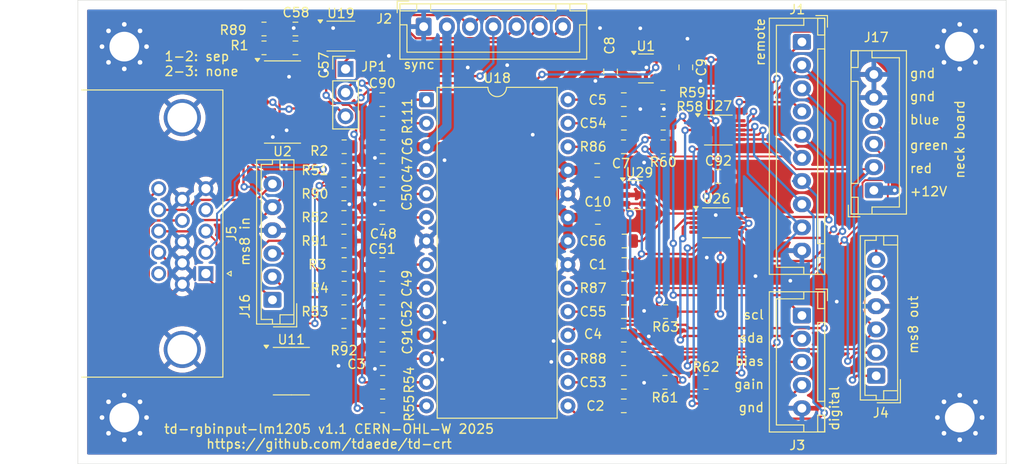
<source format=kicad_pcb>
(kicad_pcb (version 20241229) (generator "pcbnew") (generator_version "9.0")
  (layers (0 "F.Cu" signal) (2 "B.Cu" signal) (13 "F.Paste" user) (15 "B.Paste" user) (5 "F.SilkS" user "F.Silkscreen") (7 "B.SilkS" user "B.Silkscreen") (1 "F.Mask" user) (3 "B.Mask" user) (25 "Edge.Cuts" user))
  (net 0 "")
  (net 1 "+3.3V")
  (net 2 "Net-(C47-Pad1)")
  (net 3 "Net-(U18-RED_VIDEO_IN)")
  (net 4 "Net-(C48-Pad1)")
  (net 5 "GND")
  (net 6 "Net-(U18-GREEN_VIDEO_IN)")
  (net 7 "+12V")
  (net 8 "Net-(C49-Pad1)")
  (net 9 "Net-(U18-BLUE_VIDEO_IN)")
  (net 10 "Net-(U18-RED_CLAMP_CAP)")
  (net 11 "Net-(U18-GREEN_CLAMP_CAP)")
  (net 12 "Net-(U18-BLUE_CLAMP_CAP)")
  (net 13 "Net-(U18-BLUE_CUT-OFF_ADJ)")
  (net 14 "Net-(U18-RED_CUT-OFF_ADJ)")
  (net 15 "Net-(U18-GREEN_CUT-OFF_ADJ)")
  (net 16 "Net-(U19-Vin)")
  (net 17 "Net-(C90-Pad1)")
  (net 18 "Net-(C90-Pad2)")
  (net 19 "/rgb/rbias")
  (net 20 "/rgb/gbias")
  (net 21 "/rgb/bbias")
  (net 22 "/rgb/globalbias")
  (net 23 "/rgb/rgain")
  (net 24 "/rgb/ggain")
  (net 25 "/rgb/bgain")
  (net 26 "/rgb/globalgain")
  (net 27 "SEP_HSYNC")
  (net 28 "SEP_OE")
  (net 29 "SEP_VSYNC")
  (net 30 "LM1205_BLANK")
  (net 31 "/rgb/vga_red")
  (net 32 "/rgb/vga_green")
  (net 33 "/rgb/vga_blue")
  (net 34 "/rgb/edid_vcc")
  (net 35 "/rgb/edid_sca")
  (net 36 "/rgb/edid_scl")
  (net 37 "/rgb/jamma_red")
  (net 38 "/rgb/jamma_green")
  (net 39 "/rgb/jamma_blue")
  (net 40 "Net-(U18-~{BLANK_GATE})")
  (net 41 "Net-(U18-~{CLAMP_GATE})")
  (net 42 "/rgb/globalbias_amp")
  (net 43 "Net-(U18-RED_VIDEO_OUT)")
  (net 46 "Net-(U18-GREEN_VIDEO_OUT)")
  (net 47 "Net-(U18-BLUE_VIDEO_OUT)")
  (net 48 "Net-(U19-Rext)")
  (net 49 "Net-(R111-Pad2)")
  (net 52 "SEP_BP")
  (net 53 "SCL")
  (net 54 "SDA")
  (net 55 "BIAS_LOAD")
  (net 57 "GAIN_LOAD")
  (net 60 "b_yoke")
  (net 61 "g_yoke")
  (net 62 "r_yoke")
  (net 63 "vga_vsync")
  (net 64 "vga_hsync")
  (net 65 "Net-(J2-Pin_4)")
  (net 66 "PLAIN_HSYNC")
  (net 69 "Net-(U2-Pad2)")
  (footprint "Connector_Dsub:DSUB-15-HD_Socket_Horizontal_P2.29x2.54mm_EdgePinOffset8.35mm_Housed_MountingHolesOffset10.89mm" (layer "F.Cu") (at 85.79 80.475 -90)
    (property "Reference" "J5")
    (property "Value" "DB15_Female_HighDensity")
  )
  (footprint "Connector_JST:JST_XH_B5B-XH-A_1x05_P2.50mm_Vertical" (layer "F.Cu") (at 150 85 -90)
    (property "Reference" "J3")
    (property "Value" "Conn_01x05_Pin")
  )
  (footprint "MountingHole:MountingHole_3.2mm_M3_Pad_Via" (layer "F.Cu") (at 77 56)
    (property "Reference" "H1" (hide yes))
    (property "Value" "MountingHole_Pad")
  )
  (footprint "MountingHole:MountingHole_3.2mm_M3_Pad_Via" (layer "F.Cu") (at 167 56)
    (property "Reference" "H3" (hide yes))
    (property "Value" "MountingHole_Pad")
  )
  (footprint "MountingHole:MountingHole_3.2mm_M3_Pad_Via" (layer "F.Cu") (at 167 96)
    (property "Reference" "H4" (hide yes))
    (property "Value" "MountingHole_Pad")
  )
  (footprint "MountingHole:MountingHole_3.2mm_M3_Pad_Via" (layer "F.Cu") (at 77 96)
    (property "Reference" "H2" (hide yes))
    (property "Value" "MountingHole_Pad")
  )
  (footprint "Resistor_SMD:R_0805_2012Metric" (layer "F.Cu") (at 139.6755 92.204)
    (property "Reference" "R62")
    (property "Value" "10k")
  )
  (footprint "Capacitor_SMD:C_0805_2012Metric" (layer "F.Cu") (at 130.876 79.502 180)
    (property "Reference" "C1")
    (property "Value" "0.1uF")
  )
  (footprint "Connector_JST:JST_EH_B6B-EH-A_1x06_P2.50mm_Vertical" (layer "F.Cu") (at 92.964 83.312 90)
    (property "Reference" "J16")
    (property "Value" "Conn_01x06_Male")
  )
  (footprint "Resistor_SMD:R_0805_2012Metric" (layer "F.Cu") (at 92.0515 54.102 180)
    (property "Reference" "R89")
    (property "Value" "10k")
  )
  (footprint "Resistor_SMD:R_0805_2012Metric" (layer "F.Cu") (at 135.3105 84.584 180)
    (property "Reference" "R63")
    (property "Value" "10k")
  )
  (footprint "Package_TO_SOT_SMD:SOT-23-5" (layer "F.Cu") (at 133.1955 58.354)
    (property "Reference" "U1")
    (property "Value" "AP2205-33W5-7")
  )
  (footprint "Capacitor_SMD:C_0805_2012Metric" (layer "F.Cu") (at 104.793 61.724 180)
    (property "Reference" "C90")
    (property "Value" "0.1uF")
  )
  (footprint "Resistor_SMD:R_0805_2012Metric" (layer "F.Cu") (at 100.6875 66.802)
    (property "Reference" "R2")
    (property "Value" "220")
  )
  (footprint "Capacitor_SMD:C_0805_2012Metric" (layer "F.Cu") (at 104.793 84.584)
    (property "Reference" "C52")
    (property "Value" "0.1uF")
  )
  (footprint "Capacitor_SMD:C_0805_2012Metric" (layer "F.Cu") (at 104.793 87.124 180)
    (property "Reference" "C91")
    (property "Value" "1uF")
  )
  (footprint "Resistor_SMD:R_0805_2012Metric" (layer "F.Cu") (at 104.8305 64.262)
    (property "Reference" "R111")
    (property "Value" "30")
  )
  (footprint "Resistor_SMD:R_0805_2012Metric" (layer "F.Cu") (at 104.8305 94.744)
    (property "Reference" "R55")
    (property "Value" "100")
  )
  (footprint "Resistor_SMD:R_0805_2012Metric" (layer "F.Cu") (at 135.0565 66.804 180)
    (property "Reference" "R60")
    (property "Value" "10k")
  )
  (footprint "Capacitor_SMD:C_0805_2012Metric" (layer "F.Cu") (at 128.016 74.422)
    (property "Reference" "C10")
    (property "Value" "1uF")
  )
  (footprint "Resistor_SMD:R_0805_2012Metric" (layer "F.Cu") (at 92.0515 56.134 180)
    (property "Reference" "R1")
    (property "Value" "10k")
  )
  (footprint "Capacitor_SMD:C_0805_2012Metric" (layer "F.Cu") (at 137.493 58.234 -90)
    (property "Reference" "C9")
    (property "Value" "2.2uF")
  )
  (footprint "Package_SO:VSSOP-10_3x3mm_P0.5mm" (layer "F.Cu") (at 100.33 54.864)
    (property "Reference" "U19")
    (property "Value" "LMH1980")
  )
  (footprint "Resistor_SMD:R_0805_2012Metric" (layer "F.Cu") (at 100.663 87.124 180)
    (property "Reference" "R92")
    (property "Value" "75")
  )
  (footprint "Resistor_SMD:R_0805_2012Metric" (layer "F.Cu") (at 100.6875 79.502 180)
    (property "Reference" "R3")
    (property "Value" "220")
  )
  (footprint "Capacitor_SMD:C_0805_2012Metric" (layer "F.Cu") (at 104.836 89.662 180)
    (property "Reference" "C3")
    (property "Value" "0.1uF")
  )
  (footprint "Resistor_SMD:R_0805_2012Metric" (layer "F.Cu") (at 135.0245 61.468 180)
    (property "Reference" "R59")
    (property "Value" "10k")
  )
  (footprint "Package_SO:MSOP-10_3x3mm_P0.5mm" (layer "F.Cu") (at 141 65)
    (property "Reference" "U27")
    (property "Value" "MCP4728")
  )
  (footprint "Resistor_SMD:R_0805_2012Metric" (layer "F.Cu") (at 100.663 71.884 180)
    (property "Reference" "R90")
    (property "Value" "75")
  )
  (footprint "Capacitor_SMD:C_0805_2012Metric" (layer "F.Cu") (at 130.823 92.204)
    (property "Reference" "C53")
    (property "Value" "0.1uF")
  )
  (footprint "Package_DIP:DIP-28_W15.24mm" (layer "F.Cu") (at 109.553 61.724)
    (property "Reference" "U18")
    (property "Value" "LM1205")
  )
  (footprint "Connector_PinHeader_2.54mm:PinHeader_1x03_P2.54mm_Vertical" (layer "F.Cu") (at 100.838 58.42)
    (property "Reference" "JP1")
    (property "Value" "Jumper_3_Bridged12")
  )
  (footprint "Connector_JST:JST_XH_B6B-XH-A_1x06_P2.50mm_Vertical" (layer "F.Cu") (at 157.75 71.5 90)
    (property "Reference" "J17")
    (property "Value" "Conn_01x06_Male")
  )
  (footprint "Capacitor_SMD:C_0805_2012Metric" (layer "F.Cu") (at 104.836 66.802 180)
    (property "Reference" "C6")
    (property "Value" "1uF")
  )
  (footprint "Resistor_SMD:R_0805_2012Metric" (layer "F.Cu") (at 135.0565 64.264 180)
    (property "Reference" "R58")
    (property "Value" "10k")
  )
  (footprint "Capacitor_SMD:C_0805_2012Metric" (layer "F.Cu") (at 129.3855 58.674 -90)
    (property "Reference" "C8")
    (property "Value" "2.2uF")
  )
  (footprint "Resistor_SMD:R_0805_2012Metric" (layer "F.Cu") (at 100.663 76.964 180)
    (property "Reference" "R91")
    (property "Value" "75")
  )
  (footprint "Capacitor_SMD:C_0805_2012Metric" (layer "F.Cu") (at 130.81 87.122)
    (property "Reference" "C4")
    (property "Value" "0.1uF")
  )
  (footprint "Capacitor_SMD:C_0805_2012Metric" (layer "F.Cu") (at 130.823 64.264)
    (property "Reference" "C54")
    (property "Value" "0.1uF")
  )
  (footprint "Resistor_SMD:R_0805_2012Metric" (layer "F.Cu") (at 135.2455 92.204 180)
    (property "Reference" "R61")
    (property "Value" "10k")
  )
  (footprint "Package_TO_SOT_SMD:SOT-23-5" (layer "F.Cu") (at 132 72)
    (property "Reference" "U29")
    (property "Value" "MCP6001U")
  )
  (footprint "Resistor_SMD:R_0805_2012Metric" (layer "F.Cu") (at 100.6875 82.042)
    (property "Reference" "R4")
    (property "Value" "220")
  )
  (footprint "Capacitor_SMD:C_0805_2012Metric" (layer "F.Cu") (at 130.81 61.722)
    (property "Reference" "C5")
    (property "Value" "0.1uF")
  )
  (footprint "Capacitor_SMD:C_0805_2012Metric" (layer "F.Cu") (at 130.889 76.964 180)
    (property "Reference" "C56")
    (property "Value" "0.1uF")
  )
  (footprint "Capacitor_SMD:C_0805_2012Metric" (layer "F.Cu") (at 104.793 74.424)
    (property "Reference" "C48")
    (property "Value" "10uF")
  )
  (footprint "Capacitor_SMD:C_0805_2012Metric" (layer "F.Cu") (at 104.793 82.044)
    (property "Reference" "C49")
    (property "Value" "10uF")
  )
  (footprint "Connector_JST:JST_XH_B7B-XH-A_1x07_P2.50mm_Vertical" (layer "F.Cu") (at 109.252 53.848)
    (property "Reference" "J2")
    (property "Value" "Conn_01x07_Male")
  )
  (footprint "Capacitor_SMD:C_0805_2012Metric" (layer "F.Cu") (at 95.438 56.134 180)
    (property "Reference" "C57")
    (property "Value" "1uF")
  )
  (footprint "Package_SO:SOIC-8_3.9x4.9mm_P1.27mm" (layer "F.Cu") (at 95 91)
    (property "Reference" "U11")
    (property "Value" "24LC08")
  )
  (footprint "Resistor_SMD:R_0805_2012Metric" (layer "F.Cu") (at 130.7855 89.664 180)
    (property "Reference" "R88")
    (property "Value" "75")
  )
  (footprint "Connector_JST:JST_XH_B10B-XH-A_1x10_P2.50mm_Vertical" (layer "F.Cu") (at 150 55.5 -90)
    (property "Reference" "J1")
    (property "Value" "Conn_01x10_Socket")
  )
  (footprint "Resistor_SMD:R_0805_2012Metric" (layer "F.Cu") (at 104.8305 92.204)
    (property "Reference" "R54")
    (property "Value" "100")
  )
  (footprint "Capacitor_SMD:C_0805_2012Metric" (layer "F.Cu") (at 130.81 94.742)
    (property "Reference" "C2")
    (property "Value" "0.1uF")
  )
  (footprint "Connector_JST:JST_EH_B6B-EH-A_1x06_P2.50mm_Vertical" (layer "F.Cu") (at 158 91.5 90)
    (property "Reference" "J4")
    (property "Value" "Conn_01x06_Male")
  )
  (footprint "Capacitor_SMD:C_0805_2012Metric" (layer "F.Cu") (at 104.793 71.884)
    (property "Reference" "C50")
    (property "Value" "0.1uF")
  )
  (footprint "Resistor_SMD:R_0805_2012Metric" (layer "F.Cu") (at 100.663 74.424)
    (property "Reference" "R52")
    (property "Value" "30")
  )
  (footprint "Capacitor_SMD:C_0805_2012Metric" (layer "F.Cu") (at 95.438 54.102 180)
    (property "Reference" "C58")
    (property "Value" "0.1uF")
  )
  (footprint "Resistor_SMD:R_0805_2012Metric" (layer "F.Cu") (at 130.7855 66.804 180)
    (property "Reference" "R86")
    (property "Value" "75")
  )
  (footprint "Capacitor_SMD:C_0805_2012Metric" (layer "F.Cu") (at 127.95 69.342)
    (property "Reference" "C7")
    (property "Value" "1uF")
  )
  (footprint "Resistor_SMD:R_0805_2012Metric" (layer "F.Cu") (at 100.663 69.344)
    (property "Reference" "R51")
    (property "Value" "30")
  )
  (footprint "Capacitor_SMD:C_0805_2012Metric" (layer "F.Cu") (at 130.823 84.584)
    (property "Reference" "C55")
    (property "Value" "0.1uF")
  )
  (footprint "Resistor_SMD:R_0805_2012Metric" (layer "F.Cu") (at 130.81 82.042 180)
    (property "Reference" "R87")
    (property "Value" "75")
  )
  (footprint "Capacitor_SMD:C_0805_2012Metric" (layer "F.Cu") (at 104.793 79.504)
    (property "Reference" "C51")
    (property "Value" "0.1uF")
  )
  (footprint "Package_SO:SOIC-14_3.9x8.7mm_P1.27mm" (layer "F.Cu") (at 94.045 61.976)
    (property "Reference" "U2")
    (property "Value" "74HCT14")
  )
  (footprint "Package_SO:MSOP-10_3x3mm_P0.5mm" (layer "F.Cu") (at 140.8 75)
    (property "Reference" "U26")
    (property "Value" "MCP4728")
  )
  (footprint "Capacitor_SMD:C_0805_2012Metric" (layer "F.Cu") (at 104.793 69.344)
    (property "Reference" "C47")
    (property "Value" "10uF")
  )
  (footprint "Resistor_SMD:R_0805_2012Metric" (layer "F.Cu") (at 100.663 84.584)
    (property "Reference" "R53")
    (property "Value" "30")
  )
  (footprint "Capacitor_SMD:C_0805_2012Metric" (layer "F.Cu") (at 141 70)
    (property "Reference" "C92")
    (property "Value" "0.1uF")
  )
  (gr_line (start 172 101) (end 72 101) (stroke (width 0.05)) (layer "Edge.Cuts"))
  (gr_line (start 72 51) (end 172 51) (stroke (width 0.05)) (layer "Edge.Cuts"))
  (gr_line (start 72 101) (end 72 51) (stroke (width 0.05)) (layer "Edge.Cuts"))
  (gr_line (start 172 51) (end 172 101) (stroke (width 0.05)) (layer "Edge.Cuts"))
  (gr_text "gnd" (at 161.544 58.878 0) (layer "F.SilkS") (effects (font (size 1 1)) (justify left)))
  (gr_text "gnd" (at 161.544 61.378 0) (layer "F.SilkS") (effects (font (size 1 1)) (justify left)))
  (gr_text "td-rgbinput-lm1205 v1.1 CERN-OHL-W 2025\nhttps://github.com/tdaede/td-crt" (at 99.06 98.044 0) (layer "F.SilkS") (effects (font (size 1 1))))
  (gr_text "1-2: sep\n2-3: none" (at 81.25 59.25 0) (layer "F.SilkS") (effects (font (size 1 1)) (justify left bottom)))
  (gr_text "green" (at 161.544 66.628 0) (layer "F.SilkS") (effects (font (size 1 1)) (justify left)))
  (gr_text "gnd" (at 146 95.5 0) (layer "F.SilkS") (effects (font (size 1 1)) (justify right bottom)))
  (gr_text "ms8 out" (at 162 86 90) (layer "F.SilkS") (effects (font (size 1 1))))
  (gr_text "blue" (at 161.544 63.878 0) (layer "F.SilkS") (effects (font (size 1 1)) (justify left)))
  (gr_text "digital" (at 153.5 95 90) (layer "F.SilkS") (effects (font (size 1 1))))
  (gr_text "ms8 in" (at 90 77 90) (layer "F.SilkS") (effects (font (size 1 1))))
  (gr_text "bias" (at 146 90.5 0) (layer "F.SilkS") (effects (font (size 1 1)) (justify right bottom)))
  (gr_text "sda" (at 146 88 0) (layer "F.SilkS") (effects (font (size 1 1)) (justify right bottom)))
  (gr_text "remote" (at 145.5 55.5 90) (layer "F.SilkS") (effects (font (size 1 1))))
  (gr_text "gain" (at 146 93 0) (layer "F.SilkS") (effects (font (size 1 1)) (justify right bottom)))
  (gr_text "scl" (at 146 85.5 0) (layer "F.SilkS") (effects (font (size 1 1)) (justify right bottom)))
  (gr_text "sync" (at 107 58.5 0) (layer "F.SilkS") (effects (font (size 1 1)) (justify left bottom)))
  (gr_text "neck board" (at 167 66 90) (layer "F.SilkS") (effects (font (size 1 1))))
  (gr_text "red" (at 161.544 69.128 0) (layer "F.SilkS") (effects (font (size 1 1)) (justify left)))
  (gr_text "+12V" (at 161.544 71.628 0) (layer "F.SilkS") (effects (font (size 1 1)) (justify left)))
  (segment (start 140.088 57.284) (end 140.208 57.404) (width 0.25) (layer "F.Cu") (net 1))
  (segment (start 135.755 74) (end 138.6 74) (width 0.25) (layer "F.Cu") (net 1))
  (segment (start 94.962804 55.133) (end 93.965 55.133) (width 0.25) (layer "F.Cu") (net 1))
  (segment (start 139.7 70.35) (end 140.05 70) (width 0.25) (layer "F.Cu") (net 1))
  (segment (start 139.7 72.136) (end 139.7 72.9) (width 0.25) (layer "F.Cu") (net 1))
  (segment (start 133.1375 71.3825) (end 135.755 74) (width 0.25) (layer "F.Cu") (net 1))
  (segment (start 98.13 54.864) (end 95.231804 54.864) (width 0.25) (layer "F.Cu") (net 1))
  (segment (start 120.352 60.648) (end 122 59) (width 0.25) (layer "F.Cu") (net 1))
  (segment (start 140.208 57.404) (end 148.096 57.404) (width 0.25) (layer "F.Cu") (net 1))
  (segment (start 97.494999 58.166) (end 99.131 56.529999) (width 0.25) (layer "F.Cu") (net 1))
  (segment (start 135.331 74.424) (end 135.755 74) (width 0.25) (layer "F.Cu") (net 1))
  (segment (start 134.333 57.404) (end 134.333 58.167) (width 0.25) (layer "F.Cu") (net 1))
  (segment (start 139.7 72.9) (end 138.6 74) (width 0.25) (layer "F.Cu") (net 1))
  (segment (start 99.131 55.140001) (end 98.854999 54.864) (width 0.25) (layer "F.Cu") (net 1))
  (segment (start 96.388 54.102) (end 97.15 54.864) (width 0.25) (layer "F.Cu") (net 1))
  (segment (start 140.716 64.008) (end 138.808 64.008) (width 0.25) (layer "F.Cu") (net 1))
  (segment (start 138.808 64.008) (end 138.8 64) (width 0.25) (layer "F.Cu") (net 1))
  (segment (start 139.7 72.136) (end 139.7 70.35) (width 0.25) (layer "F.Cu") (net 1))
  (segment (start 97.15 54.864) (end 98.13 54.864) (width 0.25) (layer "F.Cu") (net 1))
  (segment (start 98.75 59.75) (end 97.166 58.166) (width 0.25) (layer "F.Cu") (net 1))
  (segment (start 97.166 58.166) (end 96.52 58.166) (width 0.25) (layer "F.Cu") (net 1))
  (segment (start 98.75 61.25) (end 98.75 59.75) (width 0.25) (layer "F.Cu") (net 1))
  (segment (start 131.839 76.964) (end 132.791 76.964) (width 0.25) (layer "F.Cu") (net 1))
  (segment (start 133.1375 71.05) (end 133.1375 71.3825) (width 0.25) (layer "F.Cu") (net 1))
  (segment (start 95.231804 54.864) (end 94.962804 55.133) (width 0.25) (layer "F.Cu") (net 1))
  (segment (start 148.096 57.404) (end 150 55.5) (width 0.25) (layer "F.Cu") (net 1))
  (segment (start 102.5 61.5) (end 103.352 60.648) (width 0.25) (layer "F.Cu") (net 1))
  (segment (start 103.352 60.648) (end 120.352 60.648) (width 0.25) (layer "F.Cu") (net 1))
  (segment (start 93.965 55.133) (end 92.964 56.134) (width 0.25) (layer "F.Cu") (net 1))
  (segment (start 134.453 57.284) (end 134.333 57.404) (width 0.25) (layer "F.Cu") (net 1))
  (segment (start 132.791 76.964) (end 135.331 74.424) (width 0.25) (layer "F.Cu") (net 1))
  (segment (start 134.333 58.167) (end 134.25 58.25) (width 0.25) (layer "F.Cu") (net 1))
  (segment (start 99.131 56.529999) (end 99.131 55.140001) (width 0.25) (layer "F.Cu") (net 1))
  (segment (start 137.493 57.284) (end 140.088 57.284) (width 0.25) (layer "F.Cu") (net 1))
  (segment (start 137.493 57.284) (end 134.453 57.284) (width 0.25) (layer "F.Cu") (net 1))
  (segment (start 96.52 58.166) (end 97.494999 58.166) (width 0.25) (layer "F.Cu") (net 1))
  (segment (start 98.854999 54.864) (end 98.13 54.864) (width 0.25) (layer "F.Cu") (net 1))
  (via (at 102.5 61.5) (size 0.8) (drill 0.4) (layers "F.Cu" "B.Cu") (net 1))
  (via (at 122 59) (size 0.8) (drill 0.4) (layers "F.Cu" "B.Cu") (net 1))
  (via (at 134.25 58.25) (size 0.8) (drill 0.4) (layers "F.Cu" "B.Cu") (net 1))
  (via (at 98.75 61.25) (size 0.8) (drill 0.4) (layers "F.Cu" "B.Cu") (net 1))
  (via (at 139.7 72.136) (size 0.8) (drill 0.4) (layers "F.Cu" "B.Cu") (net 1))
  (via (at 140.208 57.404) (size 0.8) (drill 0.4) (layers "F.Cu" "B.Cu") (net 1))
  (via (at 140.716 64.008) (size 0.8) (drill 0.4) (layers "F.Cu" "B.Cu") (net 1))
  (segment (start 140.208 63.5) (end 140.716 64.008) (width 0.25) (layer "B.Cu") (net 1))
  (segment (start 140.716 64.008) (end 140.716 71.12) (width 0.25) (layer "B.Cu") (net 1))
  (segment (start 99.586 62.086) (end 98.75 61.25) (width 0.25) (layer "B.Cu") (net 1))
  (segment (start 140.716 71.12) (end 139.7 72.136) (width 0.25) (layer "B.Cu") (net 1))
  (segment (start 101.914 62.086) (end 99.586 62.086) (width 0.25) (layer "B.Cu") (net 1))
  (segment (start 140.208 57.404) (end 140.208 63.5) (width 0.25) (layer "B.Cu") (net 1))
  (segment (start 102.5 61.5) (end 101.914 62.086) (width 0.25) (layer "B.Cu") (net 1))
  (segment (start 133.5 59) (end 122 59) (width 0.25) (layer "B.Cu") (net 1))
  (segment (start 134.25 58.25) (end 133.5 59) (width 0.25) (layer "B.Cu") (net 1))
  (segment (start 101.5755 69.344) (end 103.843 69.344) (width 0.25) (layer "F.Cu") (net 2))
  (segment (start 105.743 69.344) (end 109.553 69.344) (width 0.25) (layer "F.Cu") (net 3))
  (segment (start 101.5755 74.424) (end 103.843 74.424) (width 0.25) (layer "F.Cu") (net 4))
  (segment (start 92.195 55.158) (end 91.139 54.102) (width 0.25) (layer "F.Cu") (net 5))
  (segment (start 94.427304 54.102) (end 93.371304 55.158) (width 0.25) (layer "F.Cu") (net 5))
  (segment (start 94.488 54.102) (end 94.427304 54.102) (width 0.25) (layer "F.Cu") (net 5))
  (segment (start 93.371304 55.158) (end 92.195 55.158) (width 0.25) (layer "F.Cu") (net 5))
  (via (at 137.668 55.15) (size 0.8) (drill 0.4) (layers "F.Cu" "B.Cu") (net 5))
  (via (at 139.75 78.75) (size 0.8) (drill 0.4) (layers "F.Cu" "B.Cu") (net 5))
  (via (at 111.25 89.75) (size 0.8) (drill 0.4) (layers "F.Cu" "B.Cu") (net 5))
  (via (at 127.75 59.701) (size 0.8) (drill 0.4) (layers "F.Cu" "B.Cu") (net 5))
  (via (at 121 65.5) (size 0.8) (drill 0.4) (layers "F.Cu" "B.Cu") (net 5))
  (via (at 94.75 59.25) (size 0.8) (drill 0.4) (layers "F.Cu" "B.Cu") (net 5))
  (via (at 135.128 62.738) (size 0.8) (drill 0.4) (layers "F.Cu" "B.Cu") (net 5))
  (via (at 104 90.75) (size 0.8) (drill 0.4) (layers "F.Cu" "B.Cu") (net 5))
  (via (at 132.588 54.025) (size 0.8) (drill 0.4) (layers "F.Cu" "B.Cu") (net 5))
  (via (at 123.25 87.75) (size 0.8) (drill 0.4) (layers "F.Cu" "B.Cu") (net 5))
  (via (at 132.588 62.738) (size 0.8) (drill 0.4) (layers "F.Cu" "B.Cu") (net 5))
  (via (at 98.660508 58.564492) (size 0.8) (drill 0.4) (layers "F.Cu" "B.Cu") (net 5))
  (via (at 100.076 90.424) (size 0.8) (drill 0.4) (layers "F.Cu" "B.Cu") (net 5))
  (via (at 104 68) (size 0.8) (drill 0.4) (layers "F.Cu" "B.Cu") (net 5))
  (via (at 153.75 83.5) (size 0.8) (drill 0.4) (layers "F.Cu" "B.Cu") (net 5))
  (via (at 101.25 73) (size 0.8) (drill 0.4) (layers "F.Cu" "B.Cu") (net 5))
  (via (at 94.488 65.024) (size 0.8) (drill 0.4) (layers "F.Cu" "B.Cu") (net 5))
  (via (at 111.5 68.25) (size 0.8) (drill 0.4) (layers "F.Cu" "B.Cu") (net 5))
  (via (at 139.065 59.69) (size 0.8) (drill 0.4) (layers "F.Cu" "B.Cu") (net 5))
  (via (at 128.25 54) (size 0.8) (drill 0.4) (layers "F.Cu" "B.Cu") (net 5))
  (via (at 133.5 87.25) (size 0.8) (drill 0.4) (layers "F.Cu" "B.Cu") (net 5))
  (via (at 104 73) (size 0.8) (drill 0.4) (layers "F.Cu" "B.Cu") (net 5))
  (via (at 140.716 74.168) (size 0.8) (drill 0.4) (layers "F.Cu" "B.Cu") (net 5))
  (via (at 123 90) (size 0.8) (drill 0.4) (layers "F.Cu" "B.Cu") (net 5))
  (via (at 99.5 54) (size 0.8) (drill 0.4) (layers "F.Cu" "B.Cu") (net 5))
  (via (at 95.25 54) (size 0.8) (drill 0.4) (layers "F.Cu" "B.Cu") (net 5))
  (via (at 111.5 85.75) (size 0.8) (drill 0.4) (layers "F.Cu" "B.Cu") (net 5))
  (via (at 133 68.5) (size 0.8) (drill 0.4) (layers "F.Cu" "B.Cu") (net 5))
  (via (at 118.25 58) (size 0.8) (drill 0.4) (layers "F.Cu" "B.Cu") (net 5))
  (via (at 148.75 81.25) (size 0.8) (drill 0.4) (layers "F.Cu" "B.Cu") (net 5))
  (via (at 133 84.5) (size 0.8) (drill 0.4) (layers "F.Cu" "B.Cu") (net 5))
  (via (at 105.5 57) (size 0.8) (drill 0.4) (layers "F.Cu" "B.Cu") (net 5))
  (via (at 93 65.75) (size 0.8) (drill 0.4) (layers "F.Cu" "B.Cu") (net 5))
  (via (at 145 80.75) (size 0.8) (drill 0.4) (layers "F.Cu" "B.Cu") (net 5))
  (via (at 133.25 58.25) (size 0.8) (drill 0.4) (layers "F.Cu" "B.Cu") (net 5))
  (via (at 133 92.25) (size 0.8) (drill 0.4) (layers "F.Cu" "B.Cu") (net 5))
  (via (at 114 58.25) (size 0.8) (drill 0.4) (layers "F.Cu" "B.Cu") (net 5))
  (segment (start 105.743 74.424) (end 109.553 74.424) (width 0.25) (layer "F.Cu") (net 6))
  (segment (start 109.553 87.124) (end 114.633 87.124) (width 1) (layer "F.Cu") (net 7))
  (segment (start 109.553 66.804) (end 105.788 66.804) (width 1) (layer "F.Cu") (net 7))
  (segment (start 123.342 70.795) (end 124.793 69.344) (width 1) (layer "F.Cu") (net 7))
  (segment (start 127.066 74.422) (end 124.795 74.422) (width 1) (layer "F.Cu") (net 7))
  (segment (start 160.076 71.424) (end 160.076 67.576) (width 1) (layer "F.Cu") (net 7))
  (segment (start 109.553 66.804) (end 122.253 66.804) (width 1) (layer "F.Cu") (net 7))
  (segment (start 159.75 67.25) (end 159.75 58.75) (width 1) (layer "F.Cu") (net 7))
  (segment (start 159.75 58.75) (end 154.999 53.999) (width 1) (layer "F.Cu") (net 7))
  (segment (start 132.058 59.304) (end 131.071634 59.304) (width 1) (layer "F.Cu") (net 7))
  (segment (start 160.076 67.576) (end 159.75 67.25) (width 1) (layer "F.Cu") (net 7))
  (segment (start 114.633 87.124) (end 124.793 76.964) (width 1) (layer "F.Cu") (net 7))
  (segment (start 105.788 66.804) (end 105.786 66.802) (width 1) (layer "F.Cu") (net 7))
  (segment (start 105.743 87.124) (end 109.553 87.124) (width 1) (layer "F.Cu") (net 7))
  (segment (start 124.795 69.342) (end 124.793 69.344) (width 1) (layer "F.Cu") (net 7))
  (segment (start 160 71.5) (end 160.076 71.424) (width 1) (layer "F.Cu") (net 7))
  (segment (start 129.1975 57.912) (end 129.3855 57.724) (width 0.25) (layer "F.Cu") (net 7))
  (segment (start 131.071634 59.304) (end 129.491634 57.724) (width 1) (layer "F.Cu") (net 7))
  (segment (start 129.7055 57.404) (end 129.3855 57.724) (width 1) (layer "F.Cu") (net 7))
  (segment (start 154.999 53.999) (end 135.463 53.999) (width 1) (layer "F.Cu") (net 7))
  (segment (start 124.795 74.422) (end 124.793 74.424) (width 1) (layer "F.Cu") (net 7))
  (segment (start 124.793 74.424) (end 123.342 72.973) (width 1) (layer "F.Cu") (net 7))
  (segment (start 124.793 74.424) (end 124.793 76.964) (width 1) (layer "F.Cu") (net 7))
  (segment (start 127 69.342) (end 124.795 69.342) (width 1) (layer "F.Cu") (net 7))
  (segment (start 135.463 53.999) (end 132.058 57.404) (width 1) (layer "F.Cu") (net 7))
  (segment (start 129.491634 57.724) (end 129.3855 57.724) (width 1) (layer "F.Cu") (net 7))
  (segment (start 126.526 57.724) (end 129.3855 57.724) (width 1) (layer "F.Cu") (net 7))
  (segment (start 122.253 61.997) (end 126.526 57.724) (width 1) (layer "F.Cu") (net 7))
  (segment (start 122.253 66.804) (end 122.253 61.997) (width 1) (layer "F.Cu") (net 7))
  (segment (start 123.342 72.973) (end 123.342 70.795) (width 1) (layer "F.Cu") (net 7))
  (segment (start 122.253 66.804) (end 124.793 69.344) (width 1) (layer "F.Cu") (net 7))
  (segment (start 132.058 57.404) (end 129.7055 57.404) (width 1) (layer "F.Cu") (net 7))
  (via (at 160 71.5) (size 0.8) (drill 0.4) (layers "F.Cu" "B.Cu") (net 7))
  (segment (start 111.752 64.605) (end 111.752 53.848) (width 1) (layer "B.Cu") (net 7))
  (segment (start 109.553 66.804) (end 111.752 64.605) (width 1) (layer "B.Cu") (net 7))
  (segment (start 157.75 71.5) (end 160 71.5) (width 1) (layer "B.Cu") (net 7))
  (segment (start 103.843 82.044) (end 103.843 82.3165) (width 0.25) (layer "F.Cu") (net 8))
  (segment (start 103.843 82.3165) (end 101.5755 84.584) (width 0.25) (layer "F.Cu") (net 8))
  (segment (start 105.743 82.044) (end 109.553 82.044) (width 0.25) (layer "F.Cu") (net 9))
  (segment (start 105.743 71.884) (end 109.553 71.884) (width 0.25) (layer "F.Cu") (net 10))
  (segment (start 105.743 79.504) (end 109.553 79.504) (width 0.25) (layer "F.Cu") (net 11))
  (segment (start 105.743 84.582) (end 109.553 84.582) (width 0.25) (layer "F.Cu") (net 12))
  (segment (start 139.613 93.179) (end 140.588 92.204) (width 0.25) (layer "F.Cu") (net 13))
  (segment (start 133.2305 93.3065) (end 134.333 92.204) (width 0.25) (layer "F.Cu") (net 13))
  (segment (start 129.873 92.204) (end 124.793 92.204) (width 0.25) (layer "F.Cu") (net 13))
  (segment (start 134.333 92.204) (end 135.308 93.179) (width 0.25) (layer "F.Cu") (net 13))
  (segment (start 135.308 93.179) (end 139.613 93.179) (width 0.25) (layer "F.Cu") (net 13))
  (segment (start 130.9755 93.3065) (end 133.2305 93.3065) (width 0.25) (layer "F.Cu") (net 13))
  (segment (start 129.873 92.204) (end 130.9755 93.3065) (width 0.25) (layer "F.Cu") (net 13))
  (segment (start 134.144 64.264) (end 134.144 61.5) (width 0.25) (layer "F.Cu") (net 14))
  (segment (start 129.873 64.264) (end 130.887 65.278) (width 0.25) (layer "F.Cu") (net 14))
  (segment (start 134.144 61.5) (end 134.112 61.468) (width 0.25) (layer "F.Cu") (net 14))
  (segment (start 133.13 65.278) (end 134.144 64.264) (width 0.25) (layer "F.Cu") (net 14))
  (segment (start 130.887 65.278) (end 133.13 65.278) (width 0.25) (layer "F.Cu") (net 14))
  (segment (start 129.873 64.264) (end 124.793 64.264) (width 0.25) (layer "F.Cu") (net 14))
  (segment (start 133.096 67.056) (end 133.892 67.056) (width 0.25) (layer "F.Cu") (net 15))
  (segment (start 134.398 83.534) (end 134.62 83.312) (width 0.25) (layer "F.Cu") (net 15))
  (segment (start 134.398 84.584) (end 134.398 83.534) (width 0.25) (layer "F.Cu") (net 15))
  (segment (start 129.873 84.584) (end 130.874 85.585) (width 0.25) (layer "F.Cu") (net 15))
  (segment (start 129.873 84.584) (end 124.793 84.584) (width 0.25) (layer "F.Cu") (net 15))
  (segment (start 133.397 85.585) (end 134.398 84.584) (width 0.25) (layer "F.Cu") (net 15))
  (segment (start 133.892 67.056) (end 134.144 66.804) (width 0.25) (layer "F.Cu") (net 15))
  (segment (start 130.874 85.585) (end 133.397 85.585) (width 0.25) (layer "F.Cu") (net 15))
  (via (at 134.62 83.312) (size 0.8) (drill 0.4) (layers "F.Cu" "B.Cu") (net 15))
  (via (at 133.096 67.056) (size 0.8) (drill 0.4) (layers "F.Cu" "B.Cu") (net 15))
  (segment (start 134.62 68.58) (end 133.096 67.056) (width 0.25) (layer "B.Cu") (net 15))
  (segment (start 134.62 83.312) (end 134.62 68.58) (width 0.25) (layer "B.Cu") (net 15))
  (segment (start 96.388 56.134) (end 97.158 55.364) (width 0.25) (layer "F.Cu") (net 16))
  (segment (start 97.158 55.364) (end 98.13 55.364) (width 0.25) (layer "F.Cu") (net 16))
  (segment (start 109.553 61.724) (end 105.743 61.724) (width 0.25) (layer "F.Cu") (net 17))
  (segment (start 103.843 64.189) (end 103.918 64.264) (width 0.25) (layer "F.Cu") (net 18))
  (segment (start 103.843 61.724) (end 103.843 64.189) (width 0.25) (layer "F.Cu") (net 18))
  (segment (start 150.999 79.125) (end 146.125 79.125) (width 0.25) (layer "F.Cu") (net 19))
  (segment (start 154.207386 75.916614) (end 150.999 79.125) (width 0.25) (layer "F.Cu") (net 19))
  (segment (start 146.699 61.301) (end 150 58) (width 0.25) (layer "F.Cu") (net 19))
  (segment (start 146.125 79.125) (end 143 76) (width 0.25) (layer "F.Cu") (net 19))
  (segment (start 154.371696 75.916614) (end 154.207386 75.916614) (width 0.25) (layer "F.Cu") (net 19))
  (segment (start 135.937 61.468) (end 136.104 61.301) (width 0.25) (layer "F.Cu") (net 19))
  (segment (start 136.104 61.301) (end 146.699 61.301) (width 0.25) (layer "F.Cu") (net 19))
  (via (at 154.371696 75.916614) (size 0.8) (drill 0.4) (layers "F.Cu" "B.Cu") (net 19))
  (segment (start 154.371696 75.916614) (end 154.371696 62.371696) (width 0.25) (layer "B.Cu") (net 19))
  (segment (start 154.371696 62.371696) (end 150 58) (width 0.25) (layer "B.Cu") (net 19))
  (segment (start 142.9125 75.5) (end 143.758991 75.5) (width 0.25) (layer "F.Cu") (net 20))
  (segment (start 136.223 84.584) (end 140.972 84.584) (width 0.25) (layer "F.Cu") (net 20))
  (segment (start 142 75.5) (end 141.224 76.276) (width 0.25) (layer "F.Cu") (net 20))
  (segment (start 153.416 75.692) (end 152.482 76.626) (width 0.25) (layer "F.Cu") (net 20))
  (segment (start 152.482 76.626) (end 144.876 76.626) (width 0.25) (layer "F.Cu") (net 20))
  (segment (start 141.224 76.276) (end 141.224 78.74) (width 0.25) (layer "F.Cu") (net 20))
  (segment (start 142.9125 75.5) (end 142 75.5) (width 0.25) (layer "F.Cu") (net 20))
  (segment (start 140.972 84.584) (end 141.224 84.836) (width 0.25) (layer "F.Cu") (net 20))
  (segment (start 143.758991 75.5) (end 144.876 76.617009) (width 0.25) (layer "F.Cu") (net 20))
  (via (at 141.224 78.74) (size 0.8) (drill 0.4) (layers "F.Cu" "B.Cu") (net 20))
  (via (at 141.224 84.836) (size 0.8) (drill 0.4) (layers "F.Cu" "B.Cu") (net 20))
  (via (at 153.416 75.692) (size 0.8) (drill 0.4) (layers "F.Cu" "B.Cu") (net 20))
  (segment (start 150 60.5) (end 153.583 64.083) (width 0.25) (layer "B.Cu") (net 20))
  (segment (start 153.583 75.525) (end 153.416 75.692) (width 0.25) (layer "B.Cu") (net 20))
  (segment (start 153.583 64.083) (end 153.583 75.525) (width 0.25) (layer "B.Cu") (net 20))
  (segment (start 141.224 84.836) (end 141.224 78.74) (width 0.25) (layer "B.Cu") (net 20))
  (segment (start 138.763 92.204) (end 139.781 91.186) (width 0.25) (layer "F.Cu") (net 21))
  (segment (start 139.781 91.186) (end 143.51 91.186) (width 0.25) (layer "F.Cu") (net 21))
  (segment (start 144.215 75) (end 144.272 75.057) (width 0.25) (layer "F.Cu") (net 21))
  (segment (start 150 63) (end 148.976 61.976) (width 0.25) (layer "F.Cu") (net 21))
  (segment (start 142.9125 75) (end 144.215 75) (width 0.25) (layer "F.Cu") (net 21))
  (segment (start 148.976 61.976) (end 143.256 61.976) (width 0.25) (layer "F.Cu") (net 21))
  (via (at 143.51 91.186) (size 0.8) (drill 0.4) (layers "F.Cu" "B.Cu") (net 21))
  (via (at 144.272 75.057) (size 0.8) (drill 0.4) (layers "F.Cu" "B.Cu") (net 21))
  (via (at 143.256 61.976) (size 0.8) (drill 0.4) (layers "F.Cu" "B.Cu") (net 21))
  (segment (start 143.51 75.819) (end 144.272 75.057) (width 0.25) (layer "B.Cu") (net 21))
  (segment (start 143.256 74.041) (end 144.272 75.057) (width 0.25) (layer "B.Cu") (net 21))
  (segment (start 143.51 91.186) (end 143.51 75.819) (width 0.25) (layer "B.Cu") (net 21))
  (segment (start 143.256 61.976) (end 143.256 74.041) (width 0.25) (layer "B.Cu") (net 21))
  (segment (start 138.166685 78.399) (end 138.441685 78.124) (width 0.25) (layer "F.Cu") (net 22))
  (segment (start 143.874405 74.5) (end 143.999405 74.375) (width 0.25) (layer "F.Cu") (net 22))
  (segment (start 152.607 74.375) (end 152.908 74.676) (width 0.25) (layer "F.Cu") (net 22))
  (segment (start 137.388405 78.399) (end 138.166685 78.399) (width 0.25) (layer "F.Cu") (net 22))
  (segment (start 138.441685 78.124) (end 138.458178 78.124) (width 0.25) (layer "F.Cu") (net 22))
  (segment (start 143.999405 74.375) (end 152.607 74.375) (width 0.25) (layer "F.Cu") (net 22))
  (segment (start 132.715 78.359) (end 132.715 78.613) (width 0.25) (layer "F.Cu") (net 22))
  (segment (start 132.715 78.359) (end 137.348405 78.359) (width 0.25) (layer "F.Cu") (net 22))
  (segment (start 140.176 76.406177) (end 140.176 76.389685) (width 0.25) (layer "F.Cu") (net 22))
  (segment (start 132.715 78.613) (end 131.826 79.502) (width 0.25) (layer "F.Cu") (net 22))
  (segment (start 131.826 70.612) (end 131.3005 70.612) (width 0.25) (layer "F.Cu") (net 22))
  (segment (start 140.176 76.389685) (end 142.065685 74.5) (width 0.25) (layer "F.Cu") (net 22))
  (segment (start 138.458178 78.124) (end 140.176 76.406177) (width 0.25) (layer "F.Cu") (net 22))
  (segment (start 137.348405 78.359) (end 137.388405 78.399) (width 0.25) (layer "F.Cu") (net 22))
  (segment (start 131.3005 70.612) (end 130.8625 71.05) (width 0.25) (layer "F.Cu") (net 22))
  (segment (start 142.065685 74.5) (end 143.874405 74.5) (width 0.25) (layer "F.Cu") (net 22))
  (via (at 152.908 74.676) (size 0.8) (drill 0.4) (layers "F.Cu" "B.Cu") (net 22))
  (via (at 131.826 70.612) (size 0.8) (drill 0.4) (layers "F.Cu" "B.Cu") (net 22))
  (via (at 132.715 78.359) (size 0.8) (drill 0.4) (layers "F.Cu" "B.Cu") (net 22))
  (segment (start 152.908 68.533) (end 152.908 74.676) (width 0.25) (layer "B.Cu") (net 22))
  (segment (start 150 65.5) (end 150 65.625) (width 0.25) (layer "B.Cu") (net 22))
  (segment (start 132.755 71.541) (end 132.755 78.319) (width 0.25) (layer "B.Cu") (net 22))
  (segment (start 131.826 70.612) (end 132.755 71.541) (width 0.25) (layer "B.Cu") (net 22))
  (segment (start 132.755 78.319) (end 132.715 78.359) (width 0.25) (layer "B.Cu") (net 22))
  (segment (start 150 65.625) (end 152.908 68.533) (width 0.25) (layer "B.Cu") (net 22))
  (segment (start 148 66) (end 150 68) (width 0.25) (layer "F.Cu") (net 23))
  (segment (start 129.86 61.722) (end 124.795 61.722) (width 0.25) (layer "F.Cu") (net 23))
  (segment (start 143.2 66) (end 148 66) (width 0.25) (layer "F.Cu") (net 23))
  (segment (start 147.32 59.436) (end 146.263 60.493) (width 0.25) (layer "F.Cu") (net 23))
  (segment (start 146.263 60.493) (end 131.089 60.493) (width 0.25) (layer "F.Cu") (net 23))
  (segment (start 131.089 60.493) (end 129.86 61.722) (width 0.25) (layer "F.Cu") (net 23))
  (segment (start 124.795 61.722) (end 124.793 61.724) (width 0.25) (layer "F.Cu") (net 23))
  (via (at 147.32 59.436) (size 0.8) (drill 0.4) (layers "F.Cu" "B.Cu") (net 23))
  (segment (start 147.32 59.436) (end 147.32 65.32) (width 0.25) (layer "B.Cu") (net 23))
  (segment (start 147.32 65.32) (end 150 68) (width 0.25) (layer "B.Cu") (net 23))
  (segment (start 145.32 65.5) (end 145.796 65.024) (width 0.25) (layer "F.Cu") (net 24))
  (segment (start 129.86 87.122) (end 129.86 86.11) (width 0.25) (layer "F.Cu") (net 24))
  (segment (start 129.86 86.11) (end 129.75 86) (width 0.25) (layer "F.Cu") (net 24))
  (segment (start 125.917 86) (end 129.75 86) (width 0.25) (layer "F.Cu") (net 24))
  (segment (start 137.5 86) (end 137.86 86.36) (width 0.25) (layer "F.Cu") (net 24))
  (segment (start 143.2 65.5) (end 145.32 65.5) (width 0.25) (layer "F.Cu") (net 24))
  (segment (start 124.793 87.124) (end 125.917 86) (width 0.25) (layer "F.Cu") (net 24))
  (segment (start 129.75 86) (end 137.5 86) (width 0.25) (layer "F.Cu") (net 24))
  (segment (start 137.86 86.36) (end 152.4 86.36) (width 0.25) (layer "F.Cu") (net 24))
  (via (at 145.796 65.024) (size 0.8) (drill 0.4) (layers "F.Cu" "B.Cu") (net 24))
  (via (at 152.4 86.36) (size 0.8) (drill 0.4) (layers "F.Cu" "B.Cu") (net 24))
  (segment (start 151.65 80.022) (end 151.65 72.15) (width 0.25) (layer "B.Cu") (net 24))
  (segment (start 152.4 80.772) (end 151.65 80.022) (width 0.25) (layer "B.Cu") (net 24))
  (segment (start 151.65 72.15) (end 150 70.5) (width 0.25) (layer "B.Cu") (net 24))
  (segment (start 152.4 86.36) (end 152.4 80.772) (width 0.25) (layer "B.Cu") (net 24))
  (segment (start 145.796 66.296) (end 150 70.5) (width 0.25) (layer "B.Cu") (net 24))
  (segment (start 145.796 65.024) (end 145.796 66.296) (width 0.25) (layer "B.Cu") (net 24))
  (segment (start 150 70.5) (end 149.025 70.5) (width 0.25) (layer "B.Cu") (net 24))
  (segment (start 124.793 94.744) (end 126.174 96.125) (width 0.25) (layer "F.Cu") (net 25))
  (segment (start 151.779 96.125) (end 152.4 95.504) (width 0.25) (layer "F.Cu") (net 25))
  (segment (start 130 96.125) (end 151.779 96.125) (width 0.25) (layer "F.Cu") (net 25))
  (segment (start 126.174 96.125) (end 130 96.125) (width 0.25) (layer "F.Cu") (net 25))
  (segment (start 143.2 65) (end 144.537508 65) (width 0.25) (layer "F.Cu") (net 25))
  (segment (start 129.86 94.742) (end 129.86 95.985) (width 0.25) (layer "F.Cu") (net 25))
  (segment (start 129.86 95.985) (end 130 96.125) (width 0.25) (layer "F.Cu") (net 25))
  (segment (start 144.537508 65) (end 144.9273 64.610208) (width 0.25) (layer "F.Cu") (net 25))
  (via (at 144.9273 64.610208) (size 0.8) (drill 0.4) (layers "F.Cu" "B.Cu") (net 25))
  (via (at 152.4 95.504) (size 0.8) (drill 0.4) (layers "F.Cu" "B.Cu") (net 25))
  (segment (start 150 72.875) (end 144.842492 67.717492) (width 0.25) (layer "B.Cu") (net 25))
  (segment (start 150 73) (end 150 72.875) (width 0.25) (layer "B.Cu") (net 25))
  (segment (start 151.25 94.354) (end 151.25 74.25) (width 0.25) (layer "B.Cu") (net 25))
  (segment (start 151.25 74.25) (end 150 73) (width 0.25) (layer "B.Cu") (net 25))
  (segment (start 144.842492 64.695016) (end 144.9273 64.610208) (width 0.25) (layer "B.Cu") (net 25))
  (segment (start 152.4 95.504) (end 151.25 94.354) (width 0.25) (layer "B.Cu") (net 25))
  (segment (start 144.842492 67.717492) (end 144.842492 64.695016) (width 0.25) (layer "B.Cu") (net 25))
  (segment (start 143.941492 64.5) (end 144.78 63.661492) (width 0.25) (layer "F.Cu") (net 26))
  (segment (start 105.786 89.662) (end 109.551 89.662) (width 0.25) (layer "F.Cu") (net 26))
  (segment (start 143.1125 64.5) (end 143.941492 64.5) (width 0.25) (layer "F.Cu") (net 26))
  (segment (start 109.551 89.662) (end 109.553 89.664) (width 0.25) (layer "F.Cu") (net 26))
  (segment (start 109.553 89.664) (end 110.628 88.589) (width 0.25) (layer "F.Cu") (net 26))
  (segment (start 144.78 63.661492) (end 144.78 62.992) (width 0.25) (layer "F.Cu") (net 26))
  (segment (start 110.628 88.589) (end 146.615 88.589) (width 0.25) (layer "F.Cu") (net 26))
  (segment (start 146.615 88.589) (end 147.32 87.884) (width 0.25) (layer "F.Cu") (net 26))
  (via (at 147.32 87.884) (size 0.8) (drill 0.4) (layers "F.Cu" "B.Cu") (net 26))
  (via (at 144.78 62.992) (size 0.8) (drill 0.4) (layers "F.Cu" "B.Cu") (net 26))
  (segment (start 144.167492 69.667492) (end 150 75.5) (width 0.25) (layer "B.Cu") (net 26))
  (segment (start 144.78 62.992) (end 144.167492 63.604508) (width 0.25) (layer "B.Cu") (net 26))
  (segment (start 147.32 87.884) (end 147.32 78.18) (width 0.25) (layer "B.Cu") (net 26))
  (segment (start 147.32 78.18) (end 150 75.5) (width 0.25) (layer "B.Cu") (net 26))
  (segment (start 144.167492 63.604508) (end 144.167492 69.667492) (width 0.25) (layer "B.Cu") (net 26))
  (segment (start 100.838 58.42) (end 100.838 57.556) (width 0.25) (layer "F.Cu") (net 27))
  (segment (start 100.838 57.556) (end 102.53 55.864) (width 0.25) (layer "F.Cu") (net 27))
  (segment (start 118.001 55.099) (end 119.252 53.848) (width 0.25) (layer "F.Cu") (net 28))
  (segment (start 108.427196 55.099) (end 118.001 55.099) (width 0.25) (layer "F.Cu") (net 28))
  (segment (start 107.192196 53.864) (end 108.427196 55.099) (width 0.25) (layer "F.Cu") (net 28))
  (segment (start 102.53 53.864) (end 107.192196 53.864) (width 0.25) (layer "F.Cu") (net 28))
  (segment (start 108.125096 55.364) (end 108.261096 55.5) (width 0.25) (layer "F.Cu") (net 29))
  (segment (start 120.1 55.5) (end 121.752 53.848) (width 0.25) (layer "F.Cu") (net 29))
  (segment (start 108.261096 55.5) (end 120.1 55.5) (width 0.25) (layer "F.Cu") (net 29))
  (segment (start 102.53 55.364) (end 108.125096 55.364) (width 0.25) (layer "F.Cu") (net 29))
  (segment (start 102.616 59.944) (end 118.156 59.944) (width 0.25) (layer "F.Cu") (net 30))
  (segment (start 103.918 92.204) (end 102.872 92.204) (width 0.25) (layer "F.Cu") (net 30))
  (segment (start 102.872 92.204) (end 102.616 91.948) (width 0.25) (layer "F.Cu") (net 30))
  (segment (start 118.156 59.944) (end 124.252 53.848) (width 0.25) (layer "F.Cu") (net 30))
  (via (at 102.616 59.944) (size 0.8) (drill 0.4) (layers "F.Cu" "B.Cu") (net 30))
  (via (at 102.616 91.948) (size 0.8) (drill 0.4) (layers "F.Cu" "B.Cu") (net 30))
  (segment (start 102.616 91.948) (end 102.616 62.480016) (width 0.25) (layer "B.Cu") (net 30))
  (segment (start 103.275 61.821016) (end 103.275 60.603) (width 0.25) (layer "B.Cu") (net 30))
  (segment (start 102.616 62.480016) (end 103.275 61.821016) (width 0.25) (layer "B.Cu") (net 30))
  (segment (start 103.275 60.603) (end 102.616 59.944) (width 0.25) (layer "B.Cu") (net 30))
  (segment (start 99.7505 69.346183) (end 98.096683 71) (width 0.2) (layer "F.Cu") (net 31))
  (segment (start 99.7505 69.344) (end 99.7505 69.346183) (width 0.2) (layer "F.Cu") (net 31))
  (segment (start 99.7505 69.344) (end 99.7505 68.6515) (width 0.2) (layer "F.Cu") (net 31))
  (segment (start 99.7505 71.884) (end 98.8665 71) (width 0.2) (layer "F.Cu") (net 31))
  (segment (start 98.096683 71) (end 98 71) (width 0.2) (layer "F.Cu") (net 31))
  (segment (start 90.868 85.852) (end 97.536 85.852) (width 0.2) (layer "F.Cu") (net 31))
  (segment (start 85.516 80.5) (end 90.868 85.852) (width 0.2) (layer "F.Cu") (net 31))
  (segment (start 98.8665 71) (end 98 71) (width 0.2) (layer "F.Cu") (net 31))
  (segment (start 99.7505 68.6515) (end 101.6 66.802) (width 0.2) (layer "F.Cu") (net 31))
  (via (at 98 71) (size 0.8) (drill 0.4) (layers "F.Cu" "B.Cu") (net 31))
  (via (at 97.536 85.852) (size 0.8) (drill 0.4) (layers "F.Cu" "B.Cu") (net 31))
  (segment (start 97.536 85.852) (end 97.536 71.464) (width 0.2) (layer "B.Cu") (net 31))
  (segment (start 97.536 71.464) (end 98 71) (width 0.2) (layer "B.Cu") (net 31))
  (segment (start 99.7505 79.4775) (end 99.775 79.502) (width 0.2) (layer "F.Cu") (net 32))
  (segment (start 97.182205 70.463534) (end 97.182205 71.855705) (width 0.2) (layer "F.Cu") (net 32))
  (segment (start 99.7505 74.424) (end 99.7505 79.4775) (width 0.2) (layer "F.Cu") (net 32))
  (segment (start 97.182205 71.855705) (end 99.7505 74.424) (width 0.2) (layer "F.Cu") (net 32))
  (segment (start 98.422549 69.22319) (end 97.182205 70.463534) (width 0.2) (layer "F.Cu") (net 32))
  (via (at 98.422549 69.22319) (size 0.8) (drill 0.4) (layers "F.Cu" "B.Cu") (net 32))
  (segment (start 86.987795 74.012205) (end 88.9 72.1) (width 0.2) (layer "B.Cu") (net 32))
  (segment (start 88.9 70.612) (end 90.512 69) (width 0.2) (layer "B.Cu") (net 32))
  (segment (start 98.199359 69) (end 98.422549 69.22319) (width 0.2) (layer "B.Cu") (net 32))
  (segment (start 88.9 72.1) (end 88.9 70.612) (width 0.2) (layer "B.Cu") (net 32))
  (segment (start 86.987795 76.869205) (end 86.987795 74.012205) (width 0.2) (layer "B.Cu") (net 32))
  (segment (start 90.512 69) (end 98.199359 69) (width 0.2) (layer "B.Cu") (net 32))
  (segment (start 85.643 78.214) (end 86.987795 76.869205) (width 0.2) (layer "B.Cu") (net 32))
  (segment (start 99.7505 84.584) (end 99.7505 87.124) (width 0.2) (layer "F.Cu") (net 33))
  (segment (start 92.063016 84.584) (end 99.7505 84.584) (width 0.2) (layer "F.Cu") (net 33))
  (segment (start 99.7505 84.584) (end 101.6 82.7345) (width 0.2) (layer "F.Cu") (net 33))
  (segment (start 85.79 75.895) (end 86.934717 77.039717) (width 0.2) (layer "F.Cu") (net 33))
  (segment (start 101.6 82.7345) (end 101.6 82.042) (width 0.2) (layer "F.Cu") (net 33))
  (segment (start 86.934717 77.039717) (end 86.934717 79.455701) (width 0.2) (layer "F.Cu") (net 33))
  (segment (start 86.934717 79.455701) (end 92.063016 84.584) (width 0.2) (layer "F.Cu") (net 33))
  (segment (start 96.224 90.034388) (end 96.224 90.724) (width 0.25) (layer "F.Cu") (net 34))
  (segment (start 97.711612 94.25) (end 90.5 94.25) (width 0.25) (layer "F.Cu") (net 34))
  (segment (start 90.5 94.25) (end 89.75 93.5) (width 0.25) (layer "F.Cu") (net 34))
  (segment (start 89.75 93.5) (end 89.75 90.815471) (width 0.25) (layer "F.Cu") (net 34))
  (segment (start 80.333306 74.75) (end 83.25 74.75) (width 0.25) (layer "F.Cu") (net 34))
  (segment (start 81.1671 82.851414) (end 79.634 81.318314) (width 0.25) (layer "F.Cu") (net 34))
  (segment (start 96.25 90.75) (end 96.224 90.776) (width 0.25) (layer "F.Cu") (net 34))
  (segment (start 96.224 91.965612) (end 96.469388 92.211) (width 0.25) (layer "F.Cu") (net 34))
  (segment (start 79.634 75.449306) (end 80.333306 74.75) (width 0.25) (layer "F.Cu") (net 34))
  (segment (start 89.75 90.815471) (end 81.785943 82.851414) (width 0.25) (layer "F.Cu") (net 34))
  (segment (start 97.475 89.095) (end 97.163388 89.095) (width 0.25) (layer "F.Cu") (net 34))
  (segment (start 98.726 92.574388) (end 98.726 93.235612) (width 0.25) (layer "F.Cu") (net 34))
  (segment (start 81.785943 82.851414) (end 81.1671 82.851414) (width 0.25) (layer "F.Cu") (net 34))
  (segment (start 79.634 81.318314) (end 79.634 75.449306) (width 0.25) (layer "F.Cu") (net 34))
  (segment (start 96.469388 92.211) (end 98.362612 92.211) (width 0.25) (layer "F.Cu") (net 34))
  (segment (start 97.163388 89.095) (end 96.224 90.034388) (width 0.25) (layer "F.Cu") (net 34))
  (segment (start 98.362612 92.211) (end 98.726 92.574388) (width 0.25) (layer "F.Cu") (net 34))
  (segment (start 98.726 93.235612) (end 97.711612 94.25) (width 0.25) (layer "F.Cu") (net 34))
  (segment (start 96.224 90.776) (end 96.224 91.965612) (width 0.25) (layer "F.Cu") (net 34))
  (segment (start 90.25 93.25) (end 90.25 90.5) (width 0.25) (layer "F.Cu") (net 35))
  (segment (start 96.63 93.75) (end 90.75 93.75) (width 0.25) (layer "F.Cu") (net 35))
  (segment (start 90.75 93.75) (end 90.25 93.25) (width 0.25) (layer "F.Cu") (net 35))
  (segment (start 90.25 90.5) (end 81.786 82.036) (width 0.25) (layer "F.Cu") (net 35))
  (segment (start 97.475 92.905) (end 96.63 93.75) (width 0.25) (layer "F.Cu") (net 35))
  (segment (start 81.786 82.036) (end 81.786 79.261) (width 0.25) (layer "F.Cu") (net 35))
  (segment (start 81.786 79.261) (end 80.71 78.185) (width 0.25) (layer "F.Cu") (net 35))
  (segment (start 99.127 93.401712) (end 99.127 92.312001) (width 0.25) (layer "F.Cu") (net 36))
  (segment (start 89.35 90.981156) (end 89.35 93.665686) (width 0.25) (layer "F.Cu") (net 36))
  (segment (start 97.878712 94.65) (end 99.127 93.401712) (width 0.25) (layer "F.Cu") (net 36))
  (segment (start 99.127 92.312001) (end 98.449999 91.635) (width 0.25) (layer "F.Cu") (net 36))
  (segment (start 79.234 72.791) (end 79.234 81.484) (width 0.25) (layer "F.Cu") (net 36))
  (segment (start 80.71 71.315) (end 79.234 72.791) (width 0.25) (layer "F.Cu") (net 36))
  (segment (start 80.998586 83.251414) (end 81.620258 83.251414) (width 0.25) (layer "F.Cu") (net 36))
  (segment (start 79.234 81.484) (end 81 83.25) (width 0.25) (layer "F.Cu") (net 36))
  (segment (start 89.35 93.665686) (end 90.334315 94.65) (width 0.25) (layer "F.Cu") (net 36))
  (segment (start 98.449999 91.635) (end 97.475 91.635) (width 0.25) (layer "F.Cu") (net 36))
  (segment (start 90.334315 94.65) (end 97.878712 94.65) (width 0.25) (layer "F.Cu") (net 36))
  (segment (start 81.620258 83.251414) (end 89.35 90.981156) (width 0.25) (layer "F.Cu") (net 36))
  (segment (start 91.714 77.78301) (end 92.56001 76.937) (width 0.25) (layer "F.Cu") (net 37))
  (segment (start 99.384827 66.802) (end 99.775 66.802) (width 0.25) (layer "F.Cu") (net 37))
  (segment (start 92.56001 76.937) (end 94.063 76.937) (width 0.25) (layer "F.Cu") (net 37))
  (segment (start 94.063 76.937) (end 96 75) (width 0.25) (layer "F.Cu") (net 37))
  (segment (start 96 70.186827) (end 99.384827 66.802) (width 0.25) (layer "F.Cu") (net 37))
  (segment (start 92.964 83.312) (end 91.714 82.062) (width 0.25) (layer "F.Cu") (net 37))
  (segment (start 96 75) (end 96 70.186827) (width 0.25) (layer "F.Cu") (net 37))
  (segment (start 91.714 82.062) (end 91.714 77.78301) (width 0.25) (layer "F.Cu") (net 37))
  (segment (start 100.644705 80.457295) (end 101.6 79.502) (width 0.25) (layer "F.Cu") (net 38))
  (segment (start 95.169 83.017) (end 100.254962 83.017) (width 0.25) (layer "F.Cu") (net 38))
  (segment (start 100.644705 82.627257) (end 100.644705 80.457295) (width 0.25) (layer "F.Cu") (net 38))
  (segment (start 92.964 80.812) (end 95.169 83.017) (width 0.25) (layer "F.Cu") (net 38))
  (segment (start 100.254962 83.017) (end 100.644705 82.627257) (width 0.25) (layer "F.Cu") (net 38))
  (segment (start 92.964 78.312) (end 96.045 78.312) (width 0.25) (layer "F.Cu") (net 39))
  (segment (start 96.045 78.312) (end 99.775 82.042) (width 0.25) (layer "F.Cu") (net 39))
  (segment (start 109.553 92.204) (end 105.743 92.204) (width 0.25) (layer "F.Cu") (net 40))
  (segment (start 105.743 94.744) (end 109.553 94.744) (width 0.25) (layer "F.Cu") (net 41))
  (segment (start 135.969 64.264) (end 135.969 66.804) (width 0.25) (layer "F.Cu") (net 42))
  (segment (start 130.8625 72.95) (end 133.1375 72.95) (width 0.25) (layer "F.Cu") (net 42))
  (segment (start 131.5 74) (end 131.5 73.5875) (width 0.25) (layer "F.Cu") (net 42))
  (segment (start 135.758 65.829) (end 135.969 66.04) (width 0.25) (layer "F.Cu") (net 42))
  (segment (start 136.904 92.204) (end 137.16 91.948) (width 0.25) (layer "F.Cu") (net 42))
  (segment (start 131.5 73.5875) (end 130.8625 72.95) (width 0.25) (layer "F.Cu") (net 42))
  (segment (start 133.096 66.04) (end 133.307 65.829) (width 0.25) (layer "F.Cu") (net 42))
  (segment (start 136.158 92.204) (end 136.904 92.204) (width 0.25) (layer "F.Cu") (net 42))
  (segment (start 133.307 65.829) (end 135.758 65.829) (width 0.25) (layer "F.Cu") (net 42))
  (via (at 137.16 91.948) (size 0.8) (drill 0.4) (layers "F.Cu" "B.Cu") (net 42))
  (via (at 133.096 66.04) (size 0.8) (drill 0.4) (layers "F.Cu" "B.Cu") (net 42))
  (via (at 131.5 74) (size 0.8) (drill 0.4) (layers "F.Cu" "B.Cu") (net 42))
  (segment (start 131.151 67.985) (end 131.151 73.651) (width 0.25) (layer "B.Cu") (net 42))
  (segment (start 133.096 66.04) (end 131.151 67.985) (width 0.25) (layer "B.Cu") (net 42))
  (segment (start 131.5 86.288) (end 131.5 74) (width 0.25) (layer "B.Cu") (net 42))
  (segment (start 137.16 91.948) (end 131.5 86.288) (width 0.25) (layer "B.Cu") (net 42))
  (segment (start 131.151 73.651) (end 131.5 74) (width 0.25) (layer "B.Cu") (net 42))
  (segment (start 129.873 66.804) (end 124.793 66.804) (width 0.25) (layer "F.Cu") (net 43))
  (segment (start 129.8955 82.044) (end 124.793 82.044) (width 0.25) (layer "F.Cu") (net 46))
  (segment (start 129.8975 82.042) (end 129.8955 82.044) (width 0.25) (layer "F.Cu") (net 46))
  (segment (start 129.873 89.664) (end 124.793 89.664) (width 0.25) (layer "F.Cu") (net 47))
  (segment (start 93.965 53.101) (end 97.367 53.101) (width 0.25) (layer "F.Cu") (net 48))
  (segment (start 97.367 53.101) (end 98.13 53.864) (width 0.25) (layer "F.Cu") (net 48))
  (segment (start 92.964 54.102) (end 93.965 53.101) (width 0.25) (layer "F.Cu") (net 48))
  (segment (start 109.553 64.264) (end 105.743 64.264) (width 0.25) (layer "F.Cu") (net 49))
  (segment (start 100.25 55.920532) (end 101.806532 54.364) (width 0.25) (layer "F.Cu") (net 52))
  (segment (start 101.806532 54.364) (end 102.53 54.364) (width 0.25) (layer "F.Cu") (net 52))
  (segment (start 100.554595 62.269) (end 99.712 61.426405) (width 0.25) (layer "F.Cu") (net 52))
  (segment (start 103.666 94.996) (end 103.918 94.744) (width 0.25) (layer "F.Cu") (net 52))
  (segment (start 102.108 94.996) (end 103.666 94.996) (width 0.25) (layer "F.Cu") (net 52))
  (segment (start 100.25 56.5) (end 100.25 55.920532) (width 0.25) (layer "F.Cu") (net 52))
  (segment (start 99.712 57.038) (end 100.25 56.5) (width 0.25) (layer "F.Cu") (net 52))
  (segment (start 101.964 65.244283) (end 101.964 63.033595) (width 0.25) (layer "F.Cu") (net 52))
  (segment (start 101.964 63.033595) (end 101.199405 62.269) (width 0.25) (layer "F.Cu") (net 52))
  (segment (start 101.199405 62.269) (end 100.554595 62.269) (width 0.25) (layer "F.Cu") (net 52))
  (segment (start 99.712 61.426405) (end 99.712 57.038) (width 0.25) (layer "F.Cu") (net 52))
  (segment (start 101.75 65.458283) (end 101.964 65.244283) (width 0.25) (layer "F.Cu") (net 52))
  (via (at 102.108 94.996) (size 0.8) (drill 0.4) (layers "F.Cu" "B.Cu") (net 52))
  (via (at 101.75 65.458283) (size 0.8) (drill 0.4) (layers "F.Cu" "B.Cu") (net 52))
  (segment (start 101.941 65.278) (end 101.930283 65.278) (width 0.25) (layer "B.Cu") (net 52))
  (segment (start 101.941 65.278) (end 101.941 94.829) (width 0.25) (layer "B.Cu") (net 52))
  (segment (start 101.930283 65.278) (end 101.75 65.458283) (width 0.25) (layer "B.Cu") (net 52))
  (segment (start 101.941 94.829) (end 102.108 94.996) (width 0.25) (layer "B.Cu") (net 52))
  (segment (start 137.448595 74.5) (end 136.144 75.804595) (width 0.25) (layer "F.Cu") (net 53))
  (segment (start 137.16 63.81) (end 137.16 63.5) (width 0.25) (layer "F.Cu") (net 53))
  (segment (start 138.8 64.5) (end 137.85 64.5) (width 0.25) (layer "F.Cu") (net 53))
  (segment (start 147.804 82.804) (end 150 85) (width 0.25) (layer "F.Cu") (net 53))
  (segment (start 136.144 75.804595) (end 136.144 77.216) (width 0.25) (layer "F.Cu") (net 53))
  (segment (start 138.6 74.5) (end 137.448595 74.5) (width 0.25) (layer "F.Cu") (net 53))
  (segment (start 136.144 82.804) (end 147.804 82.804) (width 0.25) (layer "F.Cu") (net 53))
  (segment (start 137.85 64.5) (end 137.16 63.81) (width 0.25) (layer "F.Cu") (net 53))
  (via (at 137.16 63.5) (size 0.8) (drill 0.4) (layers "F.Cu" "B.Cu") (net 53))
  (via (at 136.144 77.216) (size 0.8) (drill 0.4) (layers "F.Cu" "B.Cu") (net 53))
  (via (at 136.144 82.804) (size 0.8) (drill 0.4) (layers "F.Cu" "B.Cu") (net 53))
  (segment (start 136.144 64.516) (end 136.144 77.216) (width 0.25) (layer "B.Cu") (net 53))
  (segment (start 136.144 77.216) (end 136.144 82.804) (width 0.25) (layer "B.Cu") (net 53))
  (segment (start 137.16 63.5) (end 136.144 64.516) (width 0.25) (layer "B.Cu") (net 53))
  (segment (start 138.8 65) (end 137.438 65) (width 0.25) (layer "F.Cu") (net 54))
  (segment (start 137.65 75) (end 137.16 75.49) (width 0.25) (layer "F.Cu") (net 54))
  (segment (start 136.906 87.63) (end 137.327 87.209) (width 0.25) (layer "F.Cu") (net 54))
  (segment (start 137.16 75.49) (end 137.16 76.707986) (width 0.25) (layer "F.Cu") (net 54))
  (segment (start 138.6 75) (end 137.65 75) (width 0.25) (layer "F.Cu") (net 54))
  (segment (start 149.709 87.209) (end 150 87.5) (width 0.25) (layer "F.Cu") (net 54))
  (segment (start 137.438 65) (end 137.414 65.024) (width 0.25) (layer "F.Cu") (net 54))
  (segment (start 137.327 87.209) (end 149.709 87.209) (width 0.25) (layer "F.Cu") (net 54))
  (via (at 137.16 76.707986) (size 0.8) (drill 0.4) (layers "F.Cu" "B.Cu") (net 54))
  (via (at 136.906 87.63) (size 0.8) (drill 0.4) (layers "F.Cu" "B.Cu") (net 54))
  (via (at 137.414 65.024) (size 0.8) (drill 0.4) (layers "F.Cu" "B.Cu") (net 54))
  (segment (start 136.906 87.63) (end 136.906 76.961986) (width 0.25) (layer "B.Cu") (net 54))
  (segment (start 137.414 76.453986) (end 137.16 76.707986) (width 0.25) (layer "B.Cu") (net 54))
  (segment (start 136.906 76.961986) (end 137.16 76.707986) (width 0.25) (layer "B.Cu") (net 54))
  (segment (start 137.414 65.024) (end 137.414 76.453986) (width 0.25) (layer "B.Cu") (net 54))
  (segment (start 150 90) (end 138.092 90) (width 0.25) (layer "F.Cu") (net 55))
  (segment (start 137.668 77.724) (end 138.292492 77.724) (width 0.25) (layer "F.Cu") (net 55))
  (segment (start 138.092 90) (end 137.668 90.424) (width 0.25) (layer "F.Cu") (net 55))
  (segment (start 139.776 76.240492) (end 139.776 75.759508) (width 0.25) (layer "F.Cu") (net 55))
  (segment (start 138.292492 77.724) (end 139.776 76.240492) (width 0.25) (layer "F.Cu") (net 55))
  (segment (start 139.776 75.759508) (end 139.516492 75.5) (width 0.25) (layer "F.Cu") (net 55))
  (segment (start 139.516492 75.5) (end 138.6875 75.5) (width 0.25) (layer "F.Cu") (net 55))
  (via (at 137.668 90.424) (size 0.8) (drill 0.4) (layers "F.Cu" "B.Cu") (net 55))
  (via (at 137.668 77.724) (size 0.8) (drill 0.4) (layers "F.Cu" "B.Cu") (net 55))
  (segment (start 137.668 90.424) (end 137.668 77.724) (width 0.25) (layer "B.Cu") (net 55))
  (segment (start 148.012 94.488) (end 138.176 94.488) (width 0.25) (layer "F.Cu") (net 57))
  (segment (start 139.976 66.240492) (end 139.160492 67.056) (width 0.25) (layer "F.Cu") (net 57))
  (segment (start 138.8875 65.5) (end 139.716492 65.5) (width 0.25) (layer "F.Cu") (net 57))
  (segment (start 139.976 65.759508) (end 139.976 66.240492) (width 0.25) (layer "F.Cu") (net 57))
  (segment (start 139.716492 65.5) (end 139.976 65.759508) (width 0.25) (layer "F.Cu") (net 57))
  (segment (start 139.160492 67.056) (end 138.176 67.056) (width 0.25) (layer "F.Cu") (net 57))
  (segment (start 150 92.5) (end 148.012 94.488) (width 0.25) (layer "F.Cu") (net 57))
  (via (at 138.176 67.056) (size 0.8) (drill 0.4) (layers "F.Cu" "B.Cu") (net 57))
  (via (at 138.176 94.488) (size 0.8) (drill 0.4) (layers "F.Cu" "B.Cu") (net 57))
  (segment (start 138.176 94.488) (end 138.343 94.321) (width 0.25) (layer "B.Cu") (net 57))
  (segment (start 138.343 67.223) (end 138.176 67.056) (width 0.25) (layer "B.Cu") (net 57))
  (segment (start 138.343 94.321) (end 138.343 67.223) (width 0.25) (layer "B.Cu") (net 57))
  (segment (start 159.325 67.88566) (end 159 67.56066) (width 0.2) (layer "F.Cu") (net 60))
  (segment (start 132.398 88.964) (end 146.77033 88.964) (width 0.2) (layer "F.Cu") (net 60))
  (segment (start 159.25 71.18934) (end 159.325 71.11434) (width 0.2) (layer "F.Cu") (net 60))
  (segment (start 159 65.25) (end 157.75 64) (width 0.2) (layer "F.Cu") (net 60))
  (segment (start 159.325 71.11434) (end 159.325 67.88566) (width 0.2) (layer "F.Cu") (net 60))
  (segment (start 159 67.56066) (end 159 65.25) (width 0.2) (layer "F.Cu") (net 60))
  (segment (start 156.775 85.275) (end 156.775 75.762) (width 0.2) (layer "F.Cu") (net 60))
  (segment (start 147.10933 88.625) (end 155.875 88.625) (width 0.2) (layer "F.Cu") (net 60))
  (segment (start 159.25 73.287) (end 159.25 71.18934) (width 0.2) (layer "F.Cu") (net 60))
  (segment (start 156.775 75.762) (end 159.25 73.287) (width 0.2) (layer "F.Cu") (net 60))
  (segment (start 158 86.5) (end 156.775 85.275) (width 0.2) (layer "F.Cu") (net 60))
  (segment (start 155.875 88.625) (end 158 86.5) (width 0.2) (layer "F.Cu") (net 60))
  (segment (start 146.77033 88.964) (end 147.10933 88.625) (width 0.2) (layer "F.Cu") (net 60))
  (segment (start 131.698 89.664) (end 132.398 88.964) (width 0.2) (layer "F.Cu") (net 60))
  (segment (start 158.975 70.113448) (end 158.975 68.030634) (width 0.2) (layer "F.Cu") (net 61))
  (segment (start 156.524 74.890643) (end 156.524 70.685552) (width 0.2) (layer "F.Cu") (net 61))
  (segment (start 157.75 66.805634) (end 157.75 66.5) (width 0.2) (layer "F.Cu") (net 61))
  (segment (start 155.856 89) (end 154.94 89.916) (width 0.25) (layer "F.Cu") (net 61))
  (segment (start 156.810552 70.399) (end 158.689448 70.399) (width 0.2) (layer "F.Cu") (net 61))
  (segment (start 149.372643 82.042) (end 156.524 74.890643) (width 0.2) (layer "F.Cu") (net 61))
  (segment (start 131.7225 82.042) (end 149.372643 82.042) (width 0.2) (layer "F.Cu") (net 61))
  (segment (start 158 89) (end 155.856 89) (width 0.25) (layer "F.Cu") (net 61))
  (segment (start 158.975 68.030634) (end 157.75 66.805634) (width 0.2) (layer "F.Cu") (net 61))
  (segment (start 158.689448 70.399) (end 158.975 70.113448) (width 0.2) (layer "F.Cu") (net 61))
  (segment (start 156.524 70.685552) (end 156.810552 70.399) (width 0.2) (layer "F.Cu") (net 61))
  (via (at 154.569322 76.845322) (size 0.8) (drill 0.4) (layers "F.Cu" "B.Cu") (net 61))
  (via (at 154.94 89.916) (size 0.8) (drill 0.4) (layers "F.Cu" "B.Cu") (net 61))
  (segment (start 154.94 77.216) (end 154.569322 76.845322) (width 0.25) (layer "B.Cu") (net 61))
  (segment (start 154.94 89.916) (end 154.94 77.216) (width 0.25) (layer "B.Cu") (net 61))
  (segment (start 149.352 69.215) (end 157.535 69.215) (width 0.2) (layer "F.Cu") (net 62))
  (segment (start 147.984717 67.847717) (end 149.352 69.215) (width 0.2) (layer "F.Cu") (net 62))
  (segment (start 131.698 66.804) (end 132.741717 67.847717) (width 0.2) (layer "F.Cu") (net 62))
  (segment (start 158 91.5) (end 155.896 91.5) (width 0.25) (layer "F.Cu") (net 62))
  (segment (start 155.896 91.5) (end 155.448 91.948) (width 0.25) (layer "F.Cu") (net 62))
  (segment (start 132.741717 67.847717) (end 147.984717 67.847717) (width 0.2) (layer "F.Cu") (net 62))
  (segment (start 157.535 69.215) (end 157.75 69) (width 0.2) (layer "F.Cu") (net 62))
  (via (at 155.448 91.948) (size 0.8) (drill 0.4) (layers "F.Cu" "B.Cu") (net 62))
  (segment (start 155.448 91.948) (end 155.615 91.781) (width 0.25) (layer "B.Cu") (net 62))
  (segment (start 155.615 71.135) (end 157.75 69) (width 0.25) (layer "B.Cu") (net 62))
  (segment (start 155.615 91.781) (end 155.615 71.135) (width 0.25) (layer "B.Cu") (net 62))
  (segment (start 83.645 73.605) (end 84.721 72.529) (width 0.25) (layer "F.Cu") (net 63))
  (segment (start 116.285596 52.597) (end 115.882596 53) (width 0.25) (layer "F.Cu") (net 63))
  (segment (start 123.382596 53) (end 122.621404 53) (width 0.25) (layer "F.Cu") (net 63))
  (segment (start 122.218404 52.597) (end 121.285596 52.597) (width 0.25) (layer "F.Cu") (net 63))
  (segment (start 115.882596 53) (end 115.1 53) (width 0.25) (layer "F.Cu") (net 63))
  (segment (start 155.4 53.15) (end 125.271404 53.15) (width 0.25) (layer "F.Cu") (net 63))
  (segment (start 158 79) (end 158 75.346016) (width 0.25) (layer "F.Cu") (net 63))
  (segment (start 80.71 73.605) (end 83.645 73.605) (width 0.25) (layer "F.Cu") (net 63))
  (segment (start 84.721 72.529) (end 91.247 72.529) (width 0.25) (layer "F.Cu") (net 63))
  (segment (start 118.382596 53) (end 117.621404 53) (width 0.25) (layer "F.Cu") (net 63))
  (segment (start 160.851 67.254984) (end 160.75 67.153983) (width 0.25) (layer "F.Cu") (net 63))
  (segment (start 120.882596 53) (end 120.121404 53) (width 0.25) (layer "F.Cu") (net 63))
  (segment (start 90.245 68.093) (end 92.964 70.812) (width 0.25) (layer "F.Cu") (net 63))
  (segment (start 122.621404 53) (end 122.218404 52.597) (width 0.25) (layer "F.Cu") (net 63))
  (segment (start 115.1 53) (end 114.252 53.848) (width 0.25) (layer "F.Cu") (net 63))
  (segment (start 118.785596 52.597) (end 118.382596 53) (width 0.25) (layer "F.Cu") (net 63))
  (segment (start 120.121404 53) (end 119.718404 52.597) (width 0.25) (layer "F.Cu") (net 63))
  (segment (start 123.785596 52.597) (end 123.382596 53) (width 0.25) (layer "F.Cu") (net 63))
  (segment (start 121.285596 52.597) (end 120.882596 53) (width 0.25) (layer "F.Cu") (net 63))
  (segment (start 119.718404 52.597) (end 118.785596 52.597) (width 0.25) (layer "F.Cu") (net 63))
  (segment (start 117.621404 53) (end 117.218404 52.597) (width 0.25) (layer "F.Cu") (net 63))
  (segment (start 160.75 67.153983) (end 160.75 58.5) (width 0.25) (layer "F.Cu") (net 63))
  (segment (start 160.851 72.495016) (end 160.851 67.254984) (width 0.25) (layer "F.Cu") (net 63))
  (segment (start 117.218404 52.597) (end 116.285596 52.597) (width 0.25) (layer "F.Cu") (net 63))
  (segment (start 91.247 72.529) (end 92.964 70.812) (width 0.25) (layer "F.Cu") (net 63))
  (segment (start 124.718404 52.597) (end 123.785596 52.597) (width 0.25) (layer "F.Cu") (net 63))
  (segment (start 90.245 53.265) (end 90.245 68.093) (width 0.25) (layer "F.Cu") (net 63))
  (segment (start 158 75.346016) (end 160.851 72.495016) (width 0.25) (layer "F.Cu") (net 63))
  (segment (start 125.271404 53.15) (end 124.718404 52.597) (width 0.25) (layer "F.Cu") (net 63))
  (segment (start 114.252 53.848) (end 113.002 52.598) (width 0.25) (layer "F.Cu") (net 63))
  (segment (start 160.75 58.5) (end 155.4 53.15) (width 0.25) (layer "F.Cu") (net 63))
  (segment (start 90.912 52.598) (end 90.245 53.265) (width 0.25) (layer "F.Cu") (net 63))
  (segment (start 113.002 52.598) (end 90.912 52.598) (width 0.25) (layer "F.Cu") (net 63))
  (segment (start 93.726 59.436) (end 92.456 58.166) (width 0.25) (layer "F.Cu") (net 64))
  (segment (start 94.488 56.134) (end 92.456 58.166) (width 0.25) (layer "F.Cu") (net 64))
  (segment (start 118.619911 52.197) (end 119.88409 52.197) (width 0.25) (layer "F.Cu") (net 64))
  (segment (start 161.15 76.415686) (end 160.15 77.415686) (width 0.25) (layer "F.Cu") (net 64))
  (segment (start 85.235422 74.705) (end 91.571 74.705) (width 0.25) (layer "F.Cu") (net 64))
  (segment (start 124.88409 52.197) (end 125.43709 52.75) (width 0.25) (layer "F.Cu") (net 64))
  (segment (start 160.15 79.475) (end 158.125 81.5) (width 0.25) (layer "F.Cu") (net 64))
  (segment (start 122.38509 52.198) (end 123.61891 52.198) (width 0.25) (layer "F.Cu") (net 64))
  (segment (start 161.15 57.9) (end 161.15 66.988298) (width 0.25) (layer "F.Cu") (net 64))
  (segment (start 84.020422 75.92) (end 85.235422 74.705) (width 0.25) (layer "F.Cu") (net 64))
  (segment (start 123.61891 52.198) (end 123.619911 52.197) (width 0.25) (layer "F.Cu") (net 64))
  (segment (start 119.88409 52.197) (end 119.88509 52.198) (width 0.25) (layer "F.Cu") (net 64))
  (segment (start 117.38509 52.198) (end 118.61891 52.198) (width 0.25) (layer "F.Cu") (net 64))
  (segment (start 156 52.75) (end 161.15 57.9) (width 0.25) (layer "F.Cu") (net 64))
  (segment (start 160.15 77.415686) (end 160.15 79.475) (width 0.25) (layer "F.Cu") (net 64))
  (segment (start 122.38409 52.197) (end 122.38509 52.198) (width 0.25) (layer "F.Cu") (net 64))
  (segment (start 93.726 65.218009) (end 93.726 59.436) (width 0.25) (layer "F.Cu") (net 64))
  (segment (start 119.88509 52.198) (end 121.11891 52.198) (width 0.25) (layer "F.Cu") (net 64))
  (segment (start 118.61891 52.198) (end 118.619911 52.197) (width 0.25) (layer "F.Cu") (net 64))
  (segment (start 94.215 72.061) (end 94.215 65.707009) (width 0.25) (layer "F.Cu") (net 64))
  (segment (start 121.119911 52.197) (end 122.38409 52.197) (width 0.25) (layer "F.Cu") (net 64))
  (segment (start 158.125 81.5) (end 158 81.5) (width 0.25) (layer "F.Cu") (net 64))
  (segment (start 121.11891 52.198) (end 121.119911 52.197) (width 0.25) (layer "F.Cu") (net 64))
  (segment (start 92.964 73.312) (end 94.215 72.061) (width 0.25) (layer "F.Cu") (net 64))
  (segment (start 161.425001 72.486701) (end 161.15 72.761702) (width 0.25) (layer "F.Cu") (net 64))
  (segment (start 91.57 56.565) (end 91.139 56.134) (width 0.25) (layer "F.Cu") (net 64))
  (segment (start 89.916 71.12) (end 89.845 71.049) (width 0.25) (layer "F.Cu") (net 64))
  (segment (start 90.387241 52.198) (end 116.11891 52.198) (width 0.25) (layer "F.Cu") (net 64))
  (segment (start 80.667 75.92) (end 84.020422 75.92) (width 0.25) (layer "F.Cu") (net 64))
  (segment (start 123.619911 52.197) (end 124.88409 52.197) (width 0.25) (layer "F.Cu") (net 64))
  (segment (start 117.38409 52.197) (end 117.38509 52.198) (width 0.25) (layer "F.Cu") (net 64))
  (segment (start 116.11891 52.198) (end 116.119911 52.197) (width 0.25) (layer "F.Cu") (net 64))
  (segment (start 125.43709 52.75) (end 156 52.75) (width 0.25) (layer "F.Cu") (net 64))
  (segment (start 91.57 58.166) (end 91.57 56.565) (width 0.25) (layer "F.Cu") (net 64))
  (segment (start 116.119911 52.197) (end 117.38409 52.197) (width 0.25) (layer "F.Cu") (net 64))
  (segment (start 89.845 52.740241) (end 90.387241 52.198) (width 0.25) (layer "F.Cu") (net 64))
  (segment (start 161.15 66.988298) (end 161.425001 67.263299) (width 0.25) (layer "F.Cu") (net 64))
  (segment (start 91.571 74.705) (end 92.964 73.312) (width 0.25) (layer "F.Cu") (net 64))
  (segment (start 94.215 65.707009) (end 93.726 65.218009) (width 0.25) (layer "F.Cu") (net 64))
  (segment (start 92.456 58.166) (end 91.57 58.166) (width 0.25) (layer "F.Cu") (net 64))
  (segment (start 161.15 72.761702) (end 161.15 76.415686) (width 0.25) (layer "F.Cu") (net 64))
  (segment (start 89.845 71.049) (end 89.845 52.740241) (width 0.25) (layer "F.Cu") (net 64))
  (segment (start 161.425001 67.263299) (end 161.425001 72.486701) (width 0.25) (layer "F.Cu") (net 64))
  (via (at 89.916 71.12) (size 0.8) (drill 0.4) (layers "F.Cu" "B.Cu") (net 64))
  (segment (start 90.772 71.12) (end 89.916 71.12) (width 0.25) (layer "B.Cu") (net 64))
  (segment (start 92.964 73.312) (end 90.772 71.12) (width 0.25) (layer "B.Cu") (net 64))
  (segment (start 102.328 59.182) (end 100.838 60.672) (width 0.25) (layer "F.Cu") (net 65))
  (segment (start 100.838 60.672) (end 100.838 60.96) (width 0.25) (layer "F.Cu") (net 65))
  (segment (start 115.316 59.182) (end 102.328 59.182) (width 0.25) (layer "F.Cu") (net 65))
  (via (at 115.316 59.182) (size 0.8) (drill 0.4) (layers "F.Cu" "B.Cu") (net 65))
  (segment (start 116.752 53.848) (end 116.752 57.746) (width 0.25) (layer "B.Cu") (net 65))
  (segment (start 116.752 57.746) (end 115.316 59.182) (width 0.25) (layer "B.Cu") (net 65))
  (segment (start 92.976 61.976) (end 93 62) (width 0.25) (layer "F.Cu") (net 66))
  (segment (start 94.81 62.67) (end 100.008 62.67) (width 0.25) (layer "F.Cu") (net 66))
  (segment (start 91.57 61.976) (end 92.976 61.976) (width 0.25) (layer "F.Cu") (net 66))
  (segment (start 100.008 62.67) (end 100.838 63.5) (width 0.25) (layer "F.Cu") (net 66))
  (segment (start 94.742 62.738) (end 94.81 62.67) (width 0.25) (layer "F.Cu") (net 66))
  (via (at 94.742 62.738) (size 0.8) (drill 0.4) (layers "F.Cu" "B.Cu") (net 66))
  (via (at 93 62) (size 0.8) (drill 0.4) (layers "F.Cu" "B.Cu") (net 66))
  (segment (start 94.742 62.738) (end 93.738 62.738) (width 0.25) (layer "B.Cu") (net 66))
  (segment (start 93.738 62.738) (end 93 62) (width 0.25) (layer "B.Cu") (net 66))
  (segment (start 91.57 59.436) (end 91.57 60.706) (width 0.25) (layer "F.Cu") (net 69))
  (zone (net 5) (net_name "GND") (layers "F.Cu" "B.Cu") (connect_pads (clearance 0.254)) (min_thickness 0.254) (fill yes (thermal_gap 0.508) (thermal_bridge_width 0.508))
    (polygon (pts (xy 171 100) (xy 73 100) (xy 73 52) (xy 171 52)))
  )
)
</source>
